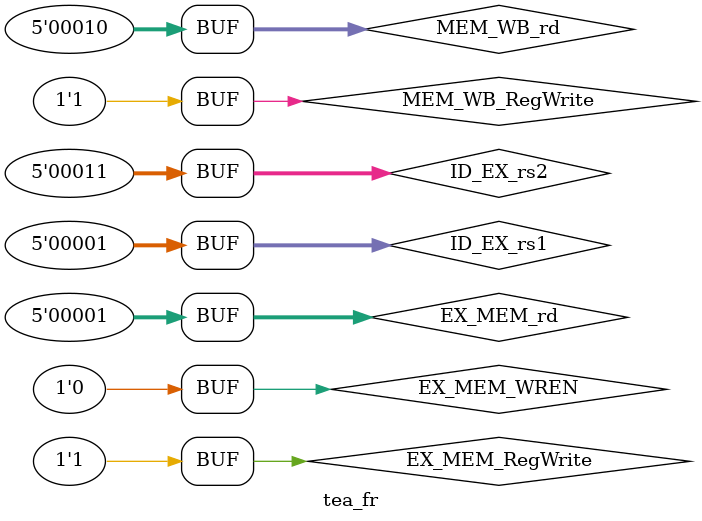
<source format=v>
module forwarding(EX_MEM_RegWrite, MEM_WB_RegWrite,Regwrite3 ,     
	EX_MEM_rd, MEM_WB_rd,                       
	ID_EX_rs1, ID_EX_rs2,ALU_result,ALU_result1,signal_cache,
         Aforward_sel, Bforward_sel,AAforward_sel, BBforward_sel,
	EX_MEM_WREN,  
	enable_PC,enable_IF_ID,enable_ID_EX,enable_EX_MEM,enable_MEM_WB,
	reset_EX_MEM,reset_MEM_WB,
        delay);
//----------------------------------------------------------------------------//
       input [4:0] EX_MEM_rd,MEM_WB_rd;
       
       input [4:0] ID_EX_rs1,ID_EX_rs2;
       
       input EX_MEM_RegWrite,MEM_WB_RegWrite,EX_MEM_WREN,Regwrite3,signal_cache;
     
       input [31:0] ALU_result,ALU_result1;
   
       output reg [1:0] Aforward_sel,Bforward_sel;
       output reg AAforward_sel, BBforward_sel;
       
       output reg enable_PC,enable_IF_ID, enable_ID_EX, enable_EX_MEM, enable_MEM_WB;
       
       output reg reset_EX_MEM,reset_MEM_WB;
   
       output reg delay;
//----------------------------------------------------------------------------//
       // 00: NoFoward
       // 01: From WB
       // 10: From MEM
//-----------------------------------------------------------------------------//
       initial begin
	       enable_IF_ID = 1'b1;
	       enable_ID_EX = 1'b1;
	       enable_EX_MEM= 1'b1;
	       enable_MEM_WB= 1'b1;
	       enable_PC =1'b1;
	       reset_EX_MEM = 1'b0;
           reset_MEM_WB = 1'b0;
	      
		   Aforward_sel = 2'b00;
           Bforward_sel = 2'b00;
       end
//-----------------------------------------------------------------------------//
//--------------------------- A forwarding -----------------------------------//
       always@(*) 
			begin
               Aforward_sel = 2'b00;
              //FORWARD A from MEM 
				if((EX_MEM_RegWrite == 1'b1) && (EX_MEM_rd != 5'b0) && (EX_MEM_rd == ID_EX_rs1)) 
                    begin
						Aforward_sel = 2'b01;
                    end
				//FORWARD A from WB	      
				else if((MEM_WB_RegWrite == 1'b1) && (MEM_WB_rd != 5'b0) && (MEM_WB_rd == ID_EX_rs1))
                    begin
						Aforward_sel = 2'b10;
					end
            end
//--------------------------- B forwarding ------------------------------------//
       always@(*)
			begin
               Bforward_sel = 2'b00;
				//FORWARD B from MEM
				if((EX_MEM_RegWrite == 1'b1) && (EX_MEM_rd != 5'b0) && (EX_MEM_rd == ID_EX_rs2)) 
					begin
						Bforward_sel = 2'b01;
					end
				//FORWARD B from WB
				else if((MEM_WB_RegWrite == 1'b1)&& (MEM_WB_rd != 5'b0) && (MEM_WB_rd == ID_EX_rs2))
					begin
						Bforward_sel = 2'b10;
                    end
            end

 //---------------------------------- DETECT LOAD --------------------------------------//
     always@(*) 
		begin
            enable_IF_ID = 1'b1;
            enable_ID_EX = 1'b1;
            enable_EX_MEM= 1'b1;
            enable_MEM_WB= 1'b1;
             enable_PC =1'b1;
              delay =1'b0;AAforward_sel = 1'b0; BBforward_sel=1'b0;
			reset_EX_MEM = 1'b0;
			reset_MEM_WB = 1'b0;
               if((EX_MEM_RegWrite == 1'b1)&& (EX_MEM_rd != 5'b0)&& (EX_MEM_WREN  == 1'b1)&& ((EX_MEM_rd == ID_EX_rs1)|| (EX_MEM_rd == ID_EX_rs2)))
              // if((MEM_WB_rd  == 1'b1)&&(Regwrite3  == 1'b1) && (EX_MEM_rd != 5'b0)&& (EX_MEM_WREN  == 1'b1)&& ((EX_MEM_rd == ID_EX_rs1)|| (EX_MEM_rd == ID_EX_rs2))) 
	                begin
                       if ((signal_cache ==1 )   && (EX_MEM_rd == ID_EX_rs1)) AAforward_sel <= 1'b1;
                        else if ((signal_cache ==1 )&& (EX_MEM_rd == ID_EX_rs2)) BBforward_sel <= 1'b1;
                        else
                        begin   
                        enable_EX_MEM= 1'b0; enable_IF_ID = 1'b0;
                    enable_ID_EX = 1'b0;enable_PC =1'b0;
                       reset_EX_MEM = 1'b1; delay =1'b1;reset_MEM_WB = 1'b1;
                    end
end
              /* if(({signal_branch,miss} == 2'b01) || ({signal_branch,miss} == 2'b11) ||((EX_MEM_RegWrite == 1'b1) && (EX_MEM_rd != 5'b0)&& (EX_MEM_MemRead == 1'b1)&& ((EX_MEM_rd == ID_EX_rs1)|| (EX_MEM_rd == ID_EX_rs2)))) begin
                       enable_IF_ID = 1'b0;
                       enable_ID_EX = 1'b0;
               end*/
                end

			/*if((Regwrite3 == 1'b1) && (MEM_WB_rd != 5'b0) && (EX_MEM_WREN == 1'b1) 
				&& (ALU_result ==ALU_result1 ) )
				begin
                    enable_IF_ID = 1'b0;
                    enable_ID_EX = 1'b0;
                    enable_EX_MEM= 1'b0;
                     enable_PC =1'b0;
                  
					reset_EX_MEM = 1'b1;
                             delay =1'b1;
            
                end
		end*/
endmodule

module tea_fr;
reg [4:0] EX_MEM_rd,MEM_WB_rd;
       
       reg[4:0] ID_EX_rs1,ID_EX_rs2;
       
     reg EX_MEM_RegWrite,MEM_WB_RegWrite,EX_MEM_WREN;

       wire [1:0] Aforward_sel,Bforward_sel;
       
       wire  enable_PC,enable_IF_ID, enable_ID_EX, enable_EX_MEM, enable_MEM_WB;
       
     wire  reset_EX_MEM,reset_MEM_WB;


 forwarding a4(EX_MEM_RegWrite, MEM_WB_RegWrite,            
	EX_MEM_rd, MEM_WB_rd,                       
	ID_EX_rs1, ID_EX_rs2,
         Aforward_sel, Bforward_sel,
	EX_MEM_WREN,  
	enable_PC,enable_IF_ID,enable_ID_EX,enable_EX_MEM,enable_MEM_WB,
	reset_EX_MEM,reset_MEM_WB);
//----------------------------------------------------------------------------//

initial begin 
#10  EX_MEM_rd =1;MEM_WB_rd=2;
       
    ID_EX_rs1=1;ID_EX_rs2=3;
       
 EX_MEM_RegWrite=1;MEM_WB_RegWrite=1;EX_MEM_WREN=0;

    end   


   endmodule     

</source>
